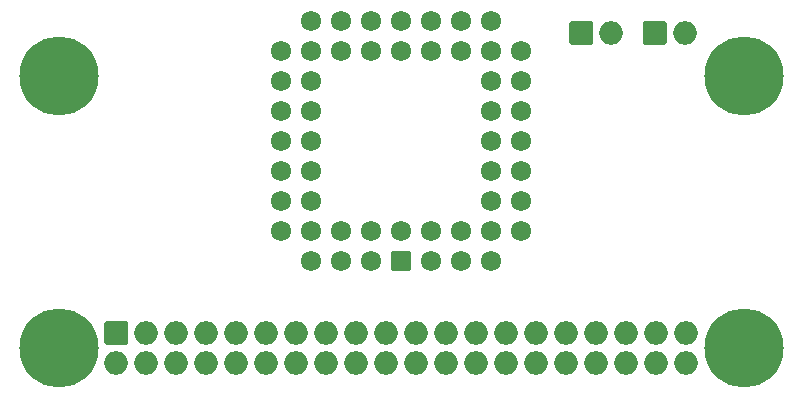
<source format=gbr>
G04 #@! TF.GenerationSoftware,KiCad,Pcbnew,(5.1.9)-1*
G04 #@! TF.CreationDate,2021-04-09T16:02:10+01:00*
G04 #@! TF.ProjectId,RGBtoHDMI Amiga Denise ECS PLCC,52474274-6f48-4444-9d49-20416d696761,1*
G04 #@! TF.SameCoordinates,Original*
G04 #@! TF.FileFunction,Soldermask,Bot*
G04 #@! TF.FilePolarity,Negative*
%FSLAX46Y46*%
G04 Gerber Fmt 4.6, Leading zero omitted, Abs format (unit mm)*
G04 Created by KiCad (PCBNEW (5.1.9)-1) date 2021-04-09 16:02:10*
%MOMM*%
%LPD*%
G01*
G04 APERTURE LIST*
%ADD10C,1.722400*%
%ADD11O,2.000000X2.000000*%
%ADD12C,6.700000*%
G04 APERTURE END LIST*
D10*
X168021000Y-77597000D03*
X170561000Y-77597000D03*
X173101000Y-77597000D03*
X165481000Y-77597000D03*
X162941000Y-77597000D03*
X160401000Y-77597000D03*
G36*
G01*
X164619800Y-80848200D02*
X164619800Y-79425800D01*
G75*
G02*
X164769800Y-79275800I150000J0D01*
G01*
X166192200Y-79275800D01*
G75*
G02*
X166342200Y-79425800I0J-150000D01*
G01*
X166342200Y-80848200D01*
G75*
G02*
X166192200Y-80998200I-150000J0D01*
G01*
X164769800Y-80998200D01*
G75*
G02*
X164619800Y-80848200I0J150000D01*
G01*
G37*
X168021000Y-80137000D03*
X170561000Y-80137000D03*
X173101000Y-80137000D03*
X162941000Y-80137000D03*
X160401000Y-80137000D03*
X173101000Y-75057000D03*
X173101000Y-72517000D03*
X173101000Y-69977000D03*
X173101000Y-67437000D03*
X173101000Y-64897000D03*
X173101000Y-62357000D03*
X175641000Y-77597000D03*
X175641000Y-75057000D03*
X175641000Y-72517000D03*
X175641000Y-69977000D03*
X175641000Y-67437000D03*
X175641000Y-64897000D03*
X175641000Y-62357000D03*
X170561000Y-62357000D03*
X168021000Y-62357000D03*
X165481000Y-62357000D03*
X162941000Y-62357000D03*
X160401000Y-62357000D03*
X157861000Y-62357000D03*
X155321000Y-62357000D03*
X173101000Y-59817000D03*
X170561000Y-59817000D03*
X168021000Y-59817000D03*
X165481000Y-59817000D03*
X162941000Y-59817000D03*
X160401000Y-59817000D03*
X157861000Y-59817000D03*
X157861000Y-64897000D03*
X157861000Y-67437000D03*
X157861000Y-69977000D03*
X157861000Y-72517000D03*
X157861000Y-75057000D03*
X157861000Y-77597000D03*
X157861000Y-80137000D03*
X155321000Y-64897000D03*
X155321000Y-67437000D03*
X155321000Y-69977000D03*
X155321000Y-72517000D03*
X155321000Y-75057000D03*
X155321000Y-77597000D03*
D11*
X183261000Y-60833000D03*
G36*
G01*
X181571000Y-61833000D02*
X179871000Y-61833000D01*
G75*
G02*
X179721000Y-61683000I0J150000D01*
G01*
X179721000Y-59983000D01*
G75*
G02*
X179871000Y-59833000I150000J0D01*
G01*
X181571000Y-59833000D01*
G75*
G02*
X181721000Y-59983000I0J-150000D01*
G01*
X181721000Y-61683000D01*
G75*
G02*
X181571000Y-61833000I-150000J0D01*
G01*
G37*
D12*
X136474200Y-64516000D03*
X194487800Y-64516000D03*
X194487800Y-87503000D03*
X136474200Y-87503000D03*
G36*
G01*
X142201000Y-87233000D02*
X140501000Y-87233000D01*
G75*
G02*
X140351000Y-87083000I0J150000D01*
G01*
X140351000Y-85383000D01*
G75*
G02*
X140501000Y-85233000I150000J0D01*
G01*
X142201000Y-85233000D01*
G75*
G02*
X142351000Y-85383000I0J-150000D01*
G01*
X142351000Y-87083000D01*
G75*
G02*
X142201000Y-87233000I-150000J0D01*
G01*
G37*
D11*
X141351000Y-88773000D03*
X143891000Y-86233000D03*
X143891000Y-88773000D03*
X146431000Y-86233000D03*
X146431000Y-88773000D03*
X148971000Y-86233000D03*
X148971000Y-88773000D03*
X151511000Y-86233000D03*
X151511000Y-88773000D03*
X154051000Y-86233000D03*
X154051000Y-88773000D03*
X156591000Y-86233000D03*
X156591000Y-88773000D03*
X159131000Y-86233000D03*
X159131000Y-88773000D03*
X161671000Y-86233000D03*
X161671000Y-88773000D03*
X164211000Y-86233000D03*
X164211000Y-88773000D03*
X166751000Y-86233000D03*
X166751000Y-88773000D03*
X169291000Y-86233000D03*
X169291000Y-88773000D03*
X171831000Y-86233000D03*
X171831000Y-88773000D03*
X174371000Y-86233000D03*
X174371000Y-88773000D03*
X176911000Y-86233000D03*
X176911000Y-88773000D03*
X179451000Y-86233000D03*
X179451000Y-88773000D03*
X181991000Y-86233000D03*
X181991000Y-88773000D03*
X184531000Y-86233000D03*
X184531000Y-88773000D03*
X187071000Y-86233000D03*
X187071000Y-88773000D03*
X189611000Y-86233000D03*
X189611000Y-88773000D03*
G36*
G01*
X187794000Y-61833000D02*
X186094000Y-61833000D01*
G75*
G02*
X185944000Y-61683000I0J150000D01*
G01*
X185944000Y-59983000D01*
G75*
G02*
X186094000Y-59833000I150000J0D01*
G01*
X187794000Y-59833000D01*
G75*
G02*
X187944000Y-59983000I0J-150000D01*
G01*
X187944000Y-61683000D01*
G75*
G02*
X187794000Y-61833000I-150000J0D01*
G01*
G37*
X189484000Y-60833000D03*
M02*

</source>
